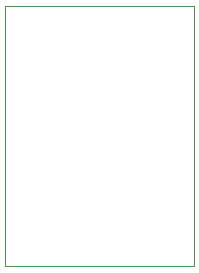
<source format=gbr>
%TF.GenerationSoftware,KiCad,Pcbnew,9.0.4*%
%TF.CreationDate,2025-11-13T11:37:52+01:00*%
%TF.ProjectId,Neptune-32x-315-5805-bypass,4e657074-756e-4652-9d33-32782d333135,rev?*%
%TF.SameCoordinates,Original*%
%TF.FileFunction,Profile,NP*%
%FSLAX46Y46*%
G04 Gerber Fmt 4.6, Leading zero omitted, Abs format (unit mm)*
G04 Created by KiCad (PCBNEW 9.0.4) date 2025-11-13 11:37:52*
%MOMM*%
%LPD*%
G01*
G04 APERTURE LIST*
%TA.AperFunction,Profile*%
%ADD10C,0.050000*%
%TD*%
G04 APERTURE END LIST*
%TO.C,IC1*%
D10*
X97072800Y-62705600D02*
X113072800Y-62705600D01*
X113072800Y-84705600D01*
X97072800Y-84705600D01*
X97072800Y-62705600D01*
%TD*%
M02*

</source>
